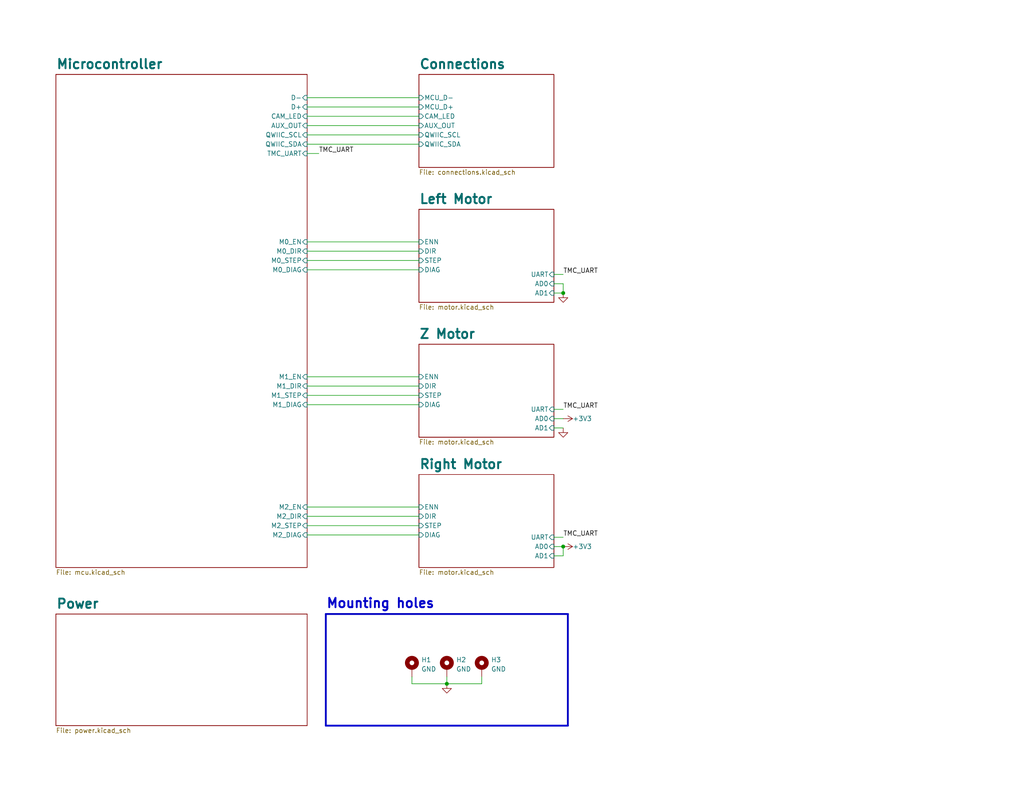
<source format=kicad_sch>
(kicad_sch (version 20211123) (generator eeschema)
  (paper "USLetter")
  (title_block (title "Candela Head") (date "2022-07-27") (rev "v1") (company "Winterbloom") (comment 1 "Alethea Flowers") (comment 2 "CERN-OHL-P V2"))
  (lib_symbols
    (symbol "Mechanical:MountingHole_Pad" (pin_numbers hide) (pin_names (offset 1.016) hide)
      (property "Reference" "H" (at 0 6.35 0))
      (property "Value" "MountingHole_Pad" (at 0 4.445 0))
      (symbol "MountingHole_Pad_0_1"
        (circle (center 0 1.27) (radius 1.27) (stroke (width 1.27)))
      )
      (symbol "MountingHole_Pad_1_1"
        (pin input line (at 0 -2.54 90) (length 2.54) (name "1") (number "1"))
      )
    )
    (symbol "power:+3V3" (power) (pin_names (offset 0))
      (property "Value" "+3V3" (at 0 3.556 0))
      (symbol "+3V3_0_1"
        (polyline (pts (xy -0.762 1.27) (xy 0 2.54)))
        (polyline (pts (xy 0 0) (xy 0 2.54)))
        (polyline (pts (xy 0 2.54) (xy 0.762 1.27)))
      )
      (symbol "+3V3_1_1"
        (pin power_in line (at 0 0 90) (length 0) hide (name "+3V3") (number "1"))
      )
    )
    (symbol "power:GND" (power) (pin_names (offset 0))
      (property "Value" "GND" (at 0 -3.81 0))
      (symbol "GND_0_1"
        (polyline (pts (xy 0 0) (xy 0 -1.27) (xy 1.27 -1.27) (xy 0 -2.54) (xy -1.27 -1.27) (xy 0 -1.27)))
      )
      (symbol "GND_1_1"
        (pin power_in line (at 0 0 270) (length 0) hide (name "GND") (number "1"))
      )
    )
  )
  (junction (at 121.92 186.69))
  (junction (at 153.67 80.01))
  (junction (at 153.67 149.225))
  (wire (pts (xy 83.82 73.66) (xy 114.3 73.66)))
  (wire (pts (xy 151.13 116.84) (xy 153.67 116.84)))
  (wire (pts (xy 83.82 31.75) (xy 114.3 31.75)))
  (wire (pts (xy 83.82 26.67) (xy 114.3 26.67)))
  (wire (pts (xy 83.82 110.49) (xy 114.3 110.49)))
  (polyline (pts (xy 88.9 167.64) (xy 154.94 167.64)) (stroke (width 0.5) (type solid)))
  (wire (pts (xy 83.82 68.58) (xy 114.3 68.58)))
  (wire (pts (xy 121.92 186.69) (xy 131.445 186.69)))
  (wire (pts (xy 112.395 186.69) (xy 112.395 184.785)))
  (wire (pts (xy 151.13 151.765) (xy 153.67 151.765)))
  (wire (pts (xy 83.82 140.97) (xy 114.3 140.97)))
  (wire (pts (xy 83.82 66.04) (xy 114.3 66.04)))
  (wire (pts (xy 151.13 111.76) (xy 153.67 111.76)))
  (wire (pts (xy 83.82 36.83) (xy 114.3 36.83)))
  (wire (pts (xy 83.82 143.51) (xy 114.3 143.51)))
  (wire (pts (xy 83.82 102.87) (xy 114.3 102.87)))
  (wire (pts (xy 83.82 41.91) (xy 86.995 41.91)))
  (polyline (pts (xy 88.9 167.64) (xy 88.9 198.12)) (stroke (width 0.5) (type solid)))
  (wire (pts (xy 83.82 29.21) (xy 114.3 29.21)))
  (polyline (pts (xy 154.94 167.64) (xy 154.94 198.12)) (stroke (width 0.5) (type solid)))
  (wire (pts (xy 151.13 149.225) (xy 153.67 149.225)))
  (wire (pts (xy 83.82 39.37) (xy 114.3 39.37)))
  (wire (pts (xy 83.82 138.43) (xy 114.3 138.43)))
  (wire (pts (xy 151.13 80.01) (xy 153.67 80.01)))
  (wire (pts (xy 83.82 71.12) (xy 114.3 71.12)))
  (wire (pts (xy 151.13 74.93) (xy 153.67 74.93)))
  (wire (pts (xy 151.13 114.3) (xy 153.67 114.3)))
  (wire (pts (xy 131.445 184.785) (xy 131.445 186.69)))
  (wire (pts (xy 151.13 77.47) (xy 153.67 77.47)))
  (wire (pts (xy 121.92 184.785) (xy 121.92 186.69)))
  (polyline (pts (xy 154.94 198.12) (xy 88.9 198.12)) (stroke (width 0.5) (type solid)))
  (wire (pts (xy 121.92 186.69) (xy 112.395 186.69)))
  (wire (pts (xy 153.67 77.47) (xy 153.67 80.01)))
  (wire (pts (xy 151.13 146.685) (xy 153.67 146.685)))
  (wire (pts (xy 83.82 105.41) (xy 114.3 105.41)))
  (wire (pts (xy 83.82 107.95) (xy 114.3 107.95)))
  (wire (pts (xy 83.82 146.05) (xy 114.3 146.05)))
  (wire (pts (xy 83.82 34.29) (xy 114.3 34.29)))
  (wire (pts (xy 153.67 149.225) (xy 153.67 151.765)))
  (text "Mounting holes\n" (at 88.9 166.37 0) (effects (font (size 2.54 2.54) (thickness 0.508) bold) (justify left bottom)))
  (label "TMC_UART" (at 86.995 41.91 0))
  (label "TMC_UART" (at 153.67 74.93 0))
  (label "TMC_UART" (at 153.67 111.76 0))
  (label "TMC_UART" (at 153.67 146.685 0))
  (symbol (lib_id "power:GND") (at 153.67 116.84 0) (unit 1)
    (property "Reference" "#PWR0101" (effects hide))
    (property "Value" "GND" (effects hide))
  )
  (symbol (lib_id "Mechanical:MountingHole_Pad") (at 131.445 182.245 0) (unit 1)
    (property "Reference" "H3" (at 133.985 180.1403 0) (effects (justify left)))
    (property "Value" "GND" (at 133.985 182.6772 0) (effects (justify left)))
    (property "Footprint" "MountingHole:MountingHole_3mm_Pad" (effects hide))
    (property "mpn" "n/a" (effects hide))
  )
  (symbol (lib_id "Mechanical:MountingHole_Pad") (at 121.92 182.245 0) (unit 1)
    (property "Reference" "H2" (at 124.46 180.1403 0) (effects (justify left)))
    (property "Value" "GND" (at 124.46 182.6772 0) (effects (justify left)))
    (property "Footprint" "MountingHole:MountingHole_3mm_Pad" (effects hide))
    (property "mpn" "n/a" (effects hide))
  )
  (symbol (lib_id "Mechanical:MountingHole_Pad") (at 112.395 182.245 0) (unit 1)
    (property "Reference" "H1" (at 114.935 180.1403 0) (effects (justify left)))
    (property "Value" "GND" (at 114.935 182.6772 0) (effects (justify left)))
    (property "Footprint" "MountingHole:MountingHole_3mm_Pad" (effects hide))
    (property "mpn" "n/a" (effects hide))
  )
  (symbol (lib_id "power:GND") (at 153.67 80.01 0) (unit 1)
    (property "Reference" "#PWR0104" (effects hide))
    (property "Value" "GND" (effects hide))
  )
  (symbol (lib_id "power:GND") (at 121.92 186.69 0) (unit 1)
    (property "Reference" "#PWR01" (effects hide))
    (property "Value" "GND" (effects hide))
  )
  (symbol (lib_id "power:+3V3") (at 153.67 149.225 270) (unit 1)
    (property "Reference" "#PWR0102" (effects hide))
    (property "Value" "+3V3" (at 156.21 149.225 90) (effects (justify left)))
  )
  (symbol (lib_id "power:+3V3") (at 153.67 114.3 270) (unit 1)
    (property "Reference" "#PWR0103" (effects hide))
    (property "Value" "+3V3" (at 156.21 114.3 90) (effects (justify left)))
  )
  (sheet (at 114.3 93.98) (size 36.83 25.4) (stroke (width 0.1524))
    (property "Sheet name" "Z Motor" (at 114.3 92.6334 0) (effects (font (size 2.54 2.54) bold) (justify left bottom)))
    (property "Sheet file" "motor.kicad_sch" (at 114.3 119.9646 0) (effects (justify left top)))
    (pin "UART" input (at 151.13 111.76 0))
    (pin "ENN" input (at 114.3 102.87 180))
    (pin "DIR" input (at 114.3 105.41 180))
    (pin "STEP" input (at 114.3 107.95 180))
    (pin "AD0" input (at 151.13 114.3 0))
    (pin "AD1" input (at 151.13 116.84 0))
    (pin "DIAG" input (at 114.3 110.49 180))
  )
  (sheet (at 114.3 20.32) (size 36.83 25.4) (stroke (width 0.1524))
    (property "Sheet name" "Connections" (at 114.3 18.9734 0) (effects (font (size 2.54 2.54) bold) (justify left bottom)))
    (property "Sheet file" "connections.kicad_sch" (at 114.3 46.3046 0) (effects (justify left top)))
    (pin "MCU_D+" input (at 114.3 29.21 180))
    (pin "MCU_D-" input (at 114.3 26.67 180))
    (pin "CAM_LED" input (at 114.3 31.75 180))
    (pin "AUX_OUT" input (at 114.3 34.29 180))
    (pin "QWIIC_SCL" input (at 114.3 36.83 180))
    (pin "QWIIC_SDA" input (at 114.3 39.37 180))
  )
  (sheet (at 114.3 129.54) (size 36.83 25.4) (stroke (width 0.1524))
    (property "Sheet name" "Right Motor" (at 114.3 128.1934 0) (effects (font (size 2.54 2.54) bold) (justify left bottom)))
    (property "Sheet file" "motor.kicad_sch" (at 114.3 155.5246 0) (effects (justify left top)))
    (pin "UART" input (at 151.13 146.685 0))
    (pin "ENN" input (at 114.3 138.43 180))
    (pin "DIR" input (at 114.3 140.97 180))
    (pin "STEP" input (at 114.3 143.51 180))
    (pin "AD0" input (at 151.13 149.225 0))
    (pin "AD1" input (at 151.13 151.765 0))
    (pin "DIAG" input (at 114.3 146.05 180))
  )
  (sheet (at 15.24 167.64) (size 68.58 30.48) (stroke (width 0.1524))
    (property "Sheet name" "Power" (at 15.24 166.2934 0) (effects (font (size 2.54 2.54) bold) (justify left bottom)))
    (property "Sheet file" "power.kicad_sch" (at 15.24 198.7046 0) (effects (justify left top)))
  )
  (sheet (at 15.24 20.32) (size 68.58 134.62)
    (property "Sheet name" "Microcontroller" (at 15.24 18.9734 0) (effects (font (size 2.54 2.54) bold) (justify left bottom)))
    (property "Sheet file" "mcu.kicad_sch" (at 15.24 155.5246 0) (effects (justify left top)))
    (pin "M1_DIAG" input (at 83.82 110.49 0))
    (pin "M2_EN" input (at 83.82 138.43 0))
    (pin "M2_DIR" input (at 83.82 140.97 0))
    (pin "M2_STEP" input (at 83.82 143.51 0))
    (pin "M2_DIAG" input (at 83.82 146.05 0))
    (pin "M1_STEP" input (at 83.82 107.95 0))
    (pin "M1_DIR" input (at 83.82 105.41 0))
    (pin "M1_EN" input (at 83.82 102.87 0))
    (pin "D+" input (at 83.82 29.21 0))
    (pin "D-" input (at 83.82 26.67 0))
    (pin "M0_EN" input (at 83.82 66.04 0))
    (pin "M0_DIR" input (at 83.82 68.58 0))
    (pin "M0_STEP" input (at 83.82 71.12 0))
    (pin "M0_DIAG" input (at 83.82 73.66 0))
    (pin "TMC_UART" input (at 83.82 41.91 0))
    (pin "QWIIC_SDA" input (at 83.82 39.37 0))
    (pin "QWIIC_SCL" input (at 83.82 36.83 0))
    (pin "CAM_LED" input (at 83.82 31.75 0))
    (pin "AUX_OUT" input (at 83.82 34.29 0))
  )
  (sheet (at 114.3 57.15) (size 36.83 25.4) (stroke (width 0.1524))
    (property "Sheet name" "Left Motor" (at 114.3 55.8034 0) (effects (font (size 2.54 2.54) bold) (justify left bottom)))
    (property "Sheet file" "motor.kicad_sch" (at 114.3 83.1346 0) (effects (justify left top)))
    (pin "UART" input (at 151.13 74.93 0))
    (pin "ENN" input (at 114.3 66.04 180))
    (pin "DIR" input (at 114.3 68.58 180))
    (pin "STEP" input (at 114.3 71.12 180))
    (pin "AD0" input (at 151.13 77.47 0))
    (pin "AD1" input (at 151.13 80.01 0))
    (pin "DIAG" input (at 114.3 73.66 180))
  )
)
</source>
